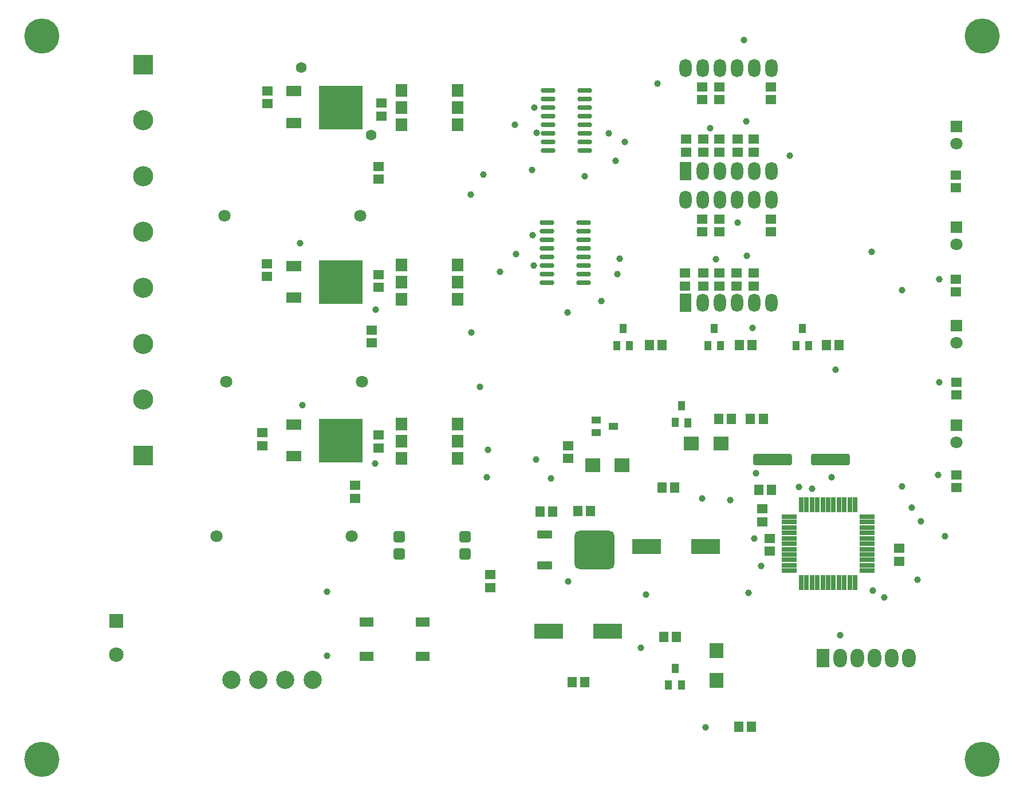
<source format=gbs>
G04*
G04 #@! TF.GenerationSoftware,Altium Limited,Altium Designer,18.0.7 (293)*
G04*
G04 Layer_Color=16711935*
%FSTAX24Y24*%
%MOIN*%
G70*
G01*
G75*
%ADD10C,0.0710*%
%ADD11R,0.1173X0.1173*%
%ADD12C,0.1173*%
%ADD13R,0.0710X0.1064*%
%ADD14O,0.0710X0.1064*%
%ADD15C,0.1064*%
%ADD16C,0.0848*%
%ADD17R,0.0848X0.0848*%
%ADD18O,0.0780X0.1080*%
%ADD19R,0.0780X0.1080*%
%ADD20R,0.0710X0.0710*%
%ADD21C,0.0395*%
%ADD22C,0.2049*%
%ADD23C,0.0631*%
%ADD63R,0.0631X0.0552*%
%ADD64R,0.0867X0.0592*%
%ADD65R,0.2580X0.2580*%
%ADD66R,0.0415X0.0552*%
%ADD67R,0.0552X0.0415*%
%ADD68R,0.0828X0.0552*%
%ADD69R,0.0678X0.0781*%
G04:AMPARAMS|DCode=70|XSize=63.5mil|YSize=65.9mil|CornerRadius=10.9mil|HoleSize=0mil|Usage=FLASHONLY|Rotation=180.000|XOffset=0mil|YOffset=0mil|HoleType=Round|Shape=RoundedRectangle|*
%AMROUNDEDRECTD70*
21,1,0.0635,0.0440,0,0,180.0*
21,1,0.0416,0.0659,0,0,180.0*
1,1,0.0219,-0.0208,0.0220*
1,1,0.0219,0.0208,0.0220*
1,1,0.0219,0.0208,-0.0220*
1,1,0.0219,-0.0208,-0.0220*
%
%ADD70ROUNDEDRECTD70*%
%ADD71R,0.0552X0.0631*%
%ADD72R,0.0867X0.0828*%
G04:AMPARAMS|DCode=73|XSize=47.4mil|YSize=86.7mil|CornerRadius=8.9mil|HoleSize=0mil|Usage=FLASHONLY|Rotation=90.000|XOffset=0mil|YOffset=0mil|HoleType=Round|Shape=RoundedRectangle|*
%AMROUNDEDRECTD73*
21,1,0.0474,0.0689,0,0,90.0*
21,1,0.0295,0.0867,0,0,90.0*
1,1,0.0178,0.0344,0.0148*
1,1,0.0178,0.0344,-0.0148*
1,1,0.0178,-0.0344,-0.0148*
1,1,0.0178,-0.0344,0.0148*
%
%ADD73ROUNDEDRECTD73*%
G04:AMPARAMS|DCode=74|XSize=224.5mil|YSize=232.4mil|CornerRadius=31.1mil|HoleSize=0mil|Usage=FLASHONLY|Rotation=90.000|XOffset=0mil|YOffset=0mil|HoleType=Round|Shape=RoundedRectangle|*
%AMROUNDEDRECTD74*
21,1,0.2245,0.1703,0,0,90.0*
21,1,0.1624,0.2324,0,0,90.0*
1,1,0.0621,0.0851,0.0812*
1,1,0.0621,0.0851,-0.0812*
1,1,0.0621,-0.0851,-0.0812*
1,1,0.0621,-0.0851,0.0812*
%
%ADD74ROUNDEDRECTD74*%
%ADD75O,0.0867X0.0297*%
%ADD76R,0.1694X0.0867*%
%ADD77R,0.0828X0.0867*%
%ADD78R,0.0880X0.0270*%
%ADD79R,0.0270X0.0880*%
G04:AMPARAMS|DCode=80|XSize=224.5mil|YSize=67.1mil|CornerRadius=11.4mil|HoleSize=0mil|Usage=FLASHONLY|Rotation=0.000|XOffset=0mil|YOffset=0mil|HoleType=Round|Shape=RoundedRectangle|*
%AMROUNDEDRECTD80*
21,1,0.2245,0.0443,0,0,0.0*
21,1,0.2018,0.0671,0,0,0.0*
1,1,0.0228,0.1009,-0.0221*
1,1,0.0228,-0.1009,-0.0221*
1,1,0.0228,-0.1009,0.0221*
1,1,0.0228,0.1009,0.0221*
%
%ADD80ROUNDEDRECTD80*%
D10*
X021221Y021939D02*
D03*
X013347D02*
D03*
X021792Y030959D02*
D03*
X013918D02*
D03*
X021694Y040624D02*
D03*
X01382D02*
D03*
X056394Y0274D02*
D03*
Y0332D02*
D03*
Y03895D02*
D03*
Y0448D02*
D03*
D11*
X009087Y026656D02*
D03*
Y049419D02*
D03*
D12*
Y029907D02*
D03*
Y033159D02*
D03*
Y036411D02*
D03*
Y039663D02*
D03*
Y042915D02*
D03*
Y046167D02*
D03*
D13*
X040646Y04321D02*
D03*
Y035529D02*
D03*
D14*
X041646Y04321D02*
D03*
X042646D02*
D03*
X043646D02*
D03*
X044646D02*
D03*
X045646D02*
D03*
X040646Y04921D02*
D03*
X041646D02*
D03*
X042646D02*
D03*
X043646D02*
D03*
X044646D02*
D03*
X045646D02*
D03*
X041646Y035529D02*
D03*
X042646D02*
D03*
X043646D02*
D03*
X044646D02*
D03*
X045646D02*
D03*
X040646Y041529D02*
D03*
X041646D02*
D03*
X042646D02*
D03*
X043646D02*
D03*
X044646D02*
D03*
X045646D02*
D03*
D15*
X014202Y013571D02*
D03*
X015776D02*
D03*
X017351D02*
D03*
X018926D02*
D03*
D16*
X007513Y015041D02*
D03*
D17*
Y01701D02*
D03*
D18*
X053644Y01485D02*
D03*
X052644D02*
D03*
X051644D02*
D03*
X050644D02*
D03*
X049644D02*
D03*
D19*
X048644D02*
D03*
D20*
X056394Y0284D02*
D03*
Y0342D02*
D03*
Y03995D02*
D03*
Y0458D02*
D03*
D21*
X043229Y024053D02*
D03*
X030695Y045925D02*
D03*
X031981Y045427D02*
D03*
X053229Y024837D02*
D03*
X018351Y029581D02*
D03*
X029064Y02536D02*
D03*
X051459Y038508D02*
D03*
X028678Y030654D02*
D03*
X028156Y033809D02*
D03*
X028148Y041846D02*
D03*
X028869Y043012D02*
D03*
X03803Y015431D02*
D03*
X0418Y010815D02*
D03*
X029131Y026976D02*
D03*
X019757Y018701D02*
D03*
Y014982D02*
D03*
X035745Y035656D02*
D03*
X03379Y019297D02*
D03*
X02258Y026177D02*
D03*
X022615Y035146D02*
D03*
X018196Y038996D02*
D03*
X038352Y018543D02*
D03*
X055744Y021929D02*
D03*
X044199Y038287D02*
D03*
X036817Y03811D02*
D03*
X04475Y0256D02*
D03*
X044647Y021826D02*
D03*
X031935Y026417D02*
D03*
X029848Y037352D02*
D03*
X045035Y020197D02*
D03*
X044317Y018632D02*
D03*
X051541Y018789D02*
D03*
X041591Y024144D02*
D03*
X05222Y018386D02*
D03*
X049632Y016191D02*
D03*
X05414Y0194D02*
D03*
X032811Y025315D02*
D03*
X04725Y024823D02*
D03*
X031827Y046902D02*
D03*
X031728Y039488D02*
D03*
X030764Y038376D02*
D03*
X031807Y037721D02*
D03*
X04915Y025364D02*
D03*
X047998Y024724D02*
D03*
X033766Y03499D02*
D03*
X034757Y042901D02*
D03*
X053244Y03627D02*
D03*
X049376Y031644D02*
D03*
X044533Y034075D02*
D03*
X031718Y043268D02*
D03*
X042398Y038061D02*
D03*
X043677Y040197D02*
D03*
X036656Y037221D02*
D03*
X046709Y044104D02*
D03*
X044051Y050856D02*
D03*
X036571Y043809D02*
D03*
X039012Y048297D02*
D03*
X044169Y046112D02*
D03*
X036185Y045402D02*
D03*
X042073Y045699D02*
D03*
X037102Y044902D02*
D03*
X05542Y036926D02*
D03*
X053794Y0236D02*
D03*
X05542Y030926D02*
D03*
X054344Y0228D02*
D03*
X055344Y025526D02*
D03*
D22*
X057906Y051065D02*
D03*
Y008939D02*
D03*
X003182D02*
D03*
Y051065D02*
D03*
D23*
X022332Y045325D02*
D03*
X018278Y049238D02*
D03*
D63*
X016281Y037065D02*
D03*
Y037813D02*
D03*
X022773Y043484D02*
D03*
Y042736D02*
D03*
X022379Y033209D02*
D03*
Y033957D02*
D03*
X021395Y024154D02*
D03*
Y024902D02*
D03*
X022775Y027835D02*
D03*
Y027087D02*
D03*
X016003Y027965D02*
D03*
Y027217D02*
D03*
X022779Y037187D02*
D03*
Y036439D02*
D03*
X016294Y047876D02*
D03*
Y047128D02*
D03*
X022934Y047173D02*
D03*
Y046425D02*
D03*
X029286Y018947D02*
D03*
Y019695D02*
D03*
X033821Y027226D02*
D03*
Y026478D02*
D03*
X045096Y023532D02*
D03*
Y022784D02*
D03*
X045543Y021078D02*
D03*
Y021826D02*
D03*
X045621Y048126D02*
D03*
Y047378D02*
D03*
X042621Y048126D02*
D03*
Y047378D02*
D03*
X041621Y048126D02*
D03*
Y047378D02*
D03*
X042618Y044324D02*
D03*
Y045072D02*
D03*
X041668Y044324D02*
D03*
Y045072D02*
D03*
X043668Y044324D02*
D03*
Y045072D02*
D03*
X044618Y044324D02*
D03*
Y045072D02*
D03*
X040668Y044324D02*
D03*
Y045072D02*
D03*
X045621Y040426D02*
D03*
Y039678D02*
D03*
X042621Y040426D02*
D03*
Y039678D02*
D03*
X041621Y040426D02*
D03*
Y039678D02*
D03*
X043618Y036524D02*
D03*
Y037272D02*
D03*
X044618Y036524D02*
D03*
Y037272D02*
D03*
X042618Y036524D02*
D03*
Y037272D02*
D03*
X041668Y036524D02*
D03*
Y037272D02*
D03*
X040618Y036524D02*
D03*
Y037272D02*
D03*
X053056Y021232D02*
D03*
Y020484D02*
D03*
X056421Y024778D02*
D03*
Y025526D02*
D03*
X056371Y042228D02*
D03*
Y042976D02*
D03*
Y036178D02*
D03*
Y036926D02*
D03*
X056421Y030178D02*
D03*
Y030926D02*
D03*
D64*
X017825Y035831D02*
D03*
Y037681D02*
D03*
Y026603D02*
D03*
Y028453D02*
D03*
Y047866D02*
D03*
Y046016D02*
D03*
D65*
X020575Y036731D02*
D03*
Y027503D02*
D03*
Y046916D02*
D03*
D66*
X040397Y013265D02*
D03*
X039653Y013267D02*
D03*
X040023Y014249D02*
D03*
X040769Y028558D02*
D03*
X040024Y02856D02*
D03*
X040394Y029542D02*
D03*
X037369Y033057D02*
D03*
X036624Y033059D02*
D03*
X036994Y034041D02*
D03*
X047819Y033057D02*
D03*
X047074Y033059D02*
D03*
X047444Y034041D02*
D03*
X042669Y033057D02*
D03*
X041924Y033059D02*
D03*
X042294Y034041D02*
D03*
D67*
X035439Y02798D02*
D03*
X035441Y028724D02*
D03*
X036423Y028354D02*
D03*
D68*
X022076Y016937D02*
D03*
Y014929D02*
D03*
X025324Y016937D02*
D03*
Y014929D02*
D03*
D69*
X027355Y026486D02*
D03*
Y028486D02*
D03*
Y027486D02*
D03*
X024107Y026486D02*
D03*
Y028486D02*
D03*
Y027486D02*
D03*
X027355Y045916D02*
D03*
Y047916D02*
D03*
Y046916D02*
D03*
X024107Y045916D02*
D03*
Y047916D02*
D03*
Y046916D02*
D03*
X027355Y035731D02*
D03*
Y037731D02*
D03*
Y036731D02*
D03*
X024107Y035731D02*
D03*
Y037731D02*
D03*
Y036731D02*
D03*
D70*
X02779Y021925D02*
D03*
Y020925D02*
D03*
X023971D02*
D03*
Y021925D02*
D03*
D71*
X039269Y024776D02*
D03*
X040017D02*
D03*
X04957Y033074D02*
D03*
X048822D02*
D03*
X04489Y024637D02*
D03*
X045638D02*
D03*
X034022Y013451D02*
D03*
X03477D02*
D03*
X045167Y028776D02*
D03*
X044419D02*
D03*
X044483Y010852D02*
D03*
X043734D02*
D03*
X03512Y023401D02*
D03*
X034372D02*
D03*
X032172Y023374D02*
D03*
X03292D02*
D03*
X038522Y033074D02*
D03*
X03927D02*
D03*
X043772D02*
D03*
X04452D02*
D03*
X039372Y016074D02*
D03*
X04012D02*
D03*
X043317Y028776D02*
D03*
X042569D02*
D03*
D72*
X036954Y02609D02*
D03*
X035234D02*
D03*
X040984Y02734D02*
D03*
X042704D02*
D03*
D73*
X032438Y02025D02*
D03*
X032438Y02205D02*
D03*
D74*
X035351Y02115D02*
D03*
D75*
X032582Y036721D02*
D03*
Y037221D02*
D03*
Y037721D02*
D03*
Y038221D02*
D03*
Y038721D02*
D03*
Y039221D02*
D03*
Y039721D02*
D03*
Y040221D02*
D03*
X034707Y036721D02*
D03*
Y037221D02*
D03*
Y037721D02*
D03*
Y038221D02*
D03*
Y038721D02*
D03*
Y039221D02*
D03*
Y039721D02*
D03*
Y040221D02*
D03*
X032631Y044402D02*
D03*
Y044902D02*
D03*
Y045402D02*
D03*
Y045902D02*
D03*
Y046402D02*
D03*
Y046902D02*
D03*
Y047402D02*
D03*
Y047902D02*
D03*
X034757Y044402D02*
D03*
Y044902D02*
D03*
Y045402D02*
D03*
Y045902D02*
D03*
Y046402D02*
D03*
Y046902D02*
D03*
Y047402D02*
D03*
Y047902D02*
D03*
D76*
X036107Y0164D02*
D03*
X032682D02*
D03*
X038382Y02135D02*
D03*
X041807D02*
D03*
D77*
X042454Y01526D02*
D03*
Y01354D02*
D03*
D78*
X051204Y02307D02*
D03*
Y02276D02*
D03*
Y02244D02*
D03*
Y02213D02*
D03*
Y02181D02*
D03*
Y0215D02*
D03*
Y02119D02*
D03*
Y02087D02*
D03*
Y02056D02*
D03*
Y02024D02*
D03*
Y01993D02*
D03*
X046684D02*
D03*
Y02024D02*
D03*
Y02056D02*
D03*
Y02087D02*
D03*
Y02119D02*
D03*
Y0215D02*
D03*
Y02181D02*
D03*
Y02213D02*
D03*
Y02244D02*
D03*
Y02276D02*
D03*
Y02307D02*
D03*
D79*
X050514Y01924D02*
D03*
X050204D02*
D03*
X049884D02*
D03*
X049574D02*
D03*
X049254D02*
D03*
X048944D02*
D03*
X048634D02*
D03*
X048314D02*
D03*
X048004D02*
D03*
X047684D02*
D03*
X047374D02*
D03*
Y02376D02*
D03*
X047684D02*
D03*
X048004D02*
D03*
X048314D02*
D03*
X048634D02*
D03*
X048944D02*
D03*
X049254D02*
D03*
X049574D02*
D03*
X049884D02*
D03*
X050204D02*
D03*
X050514D02*
D03*
D80*
X049061Y026398D02*
D03*
X045715D02*
D03*
M02*

</source>
